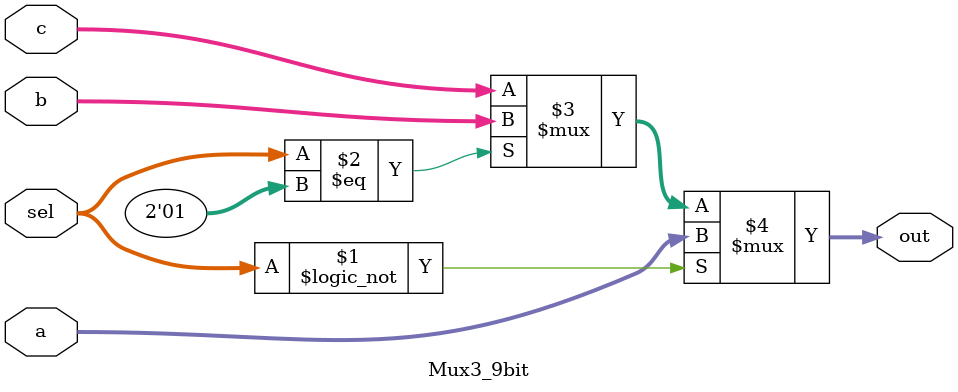
<source format=v>
module Mux3_9bit(a, b, c, sel, out);
    parameter LEN = 9;

    input[LEN - 1:0] a, b, c;
    input[1:0] sel;
    output[LEN - 1:0] out;
    
    assign out = (sel == 2'b00) ? a : ((sel == 2'b01) ? b : c);
endmodule
</source>
